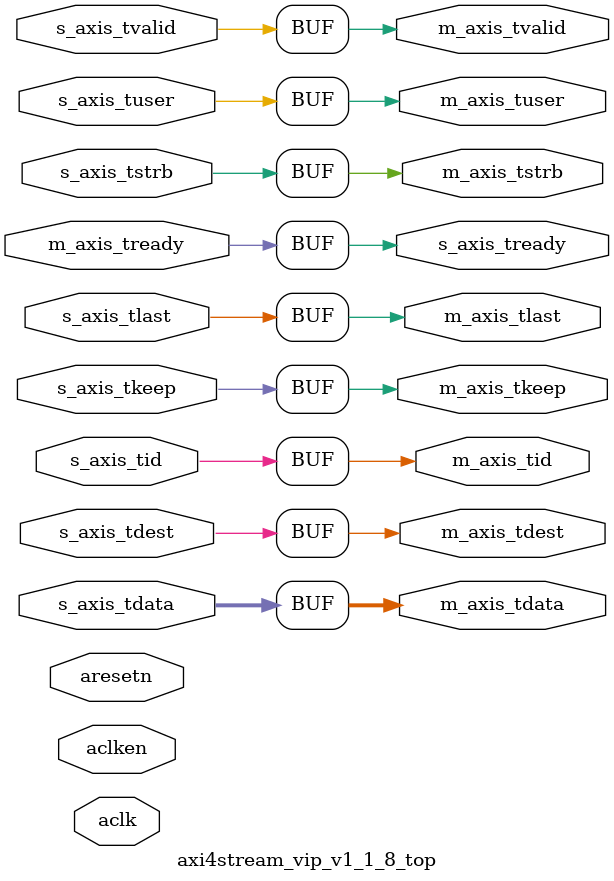
<source format=sv>

`timescale 1ps/1ps

(* DowngradeIPIdentifiedWarnings="yes" *) 
module axi4stream_vip_v1_1_8_top #
  (
   parameter [31:0]  C_AXI4STREAM_SIGNAL_SET         = 32'h03,
   parameter integer C_AXI4STREAM_INTERFACE_MODE     = 1,  //master, slave and bypass
   parameter integer C_AXI4STREAM_DATA_WIDTH        = 8,
   parameter integer C_AXI4STREAM_USER_BITS_PER_BYTE = 0,
   parameter integer C_AXI4STREAM_ID_WIDTH          = 0,
   parameter integer C_AXI4STREAM_DEST_WIDTH        = 0,
   parameter integer C_AXI4STREAM_USER_WIDTH        = 0,
   parameter integer C_AXI4STREAM_HAS_ARESETN       = 0
   )
  (
   // System Signals
   input wire aclk,
   input wire aresetn,
   input wire aclken,

   // Slave side
   input  wire                              s_axis_tvalid,
   output wire                              s_axis_tready,
   input  wire [C_AXI4STREAM_DATA_WIDTH==0? 0:C_AXI4STREAM_DATA_WIDTH-1:0]     s_axis_tdata,
   input  wire [C_AXI4STREAM_DATA_WIDTH/8==0? 0:C_AXI4STREAM_DATA_WIDTH/8-1:0]   s_axis_tstrb,
   input  wire [C_AXI4STREAM_DATA_WIDTH/8==0? 0:C_AXI4STREAM_DATA_WIDTH/8-1:0]   s_axis_tkeep,
   input  wire                              s_axis_tlast,
   input  wire [C_AXI4STREAM_ID_WIDTH==0? 0:C_AXI4STREAM_ID_WIDTH-1:0]         s_axis_tid,
   input  wire [C_AXI4STREAM_DEST_WIDTH==0? 0:C_AXI4STREAM_DEST_WIDTH-1:0]     s_axis_tdest,
   input  wire [C_AXI4STREAM_USER_WIDTH==0? 0:C_AXI4STREAM_USER_WIDTH-1:0]     s_axis_tuser,

   // Master side
   output wire                              m_axis_tvalid,
   input  wire                              m_axis_tready,
   output wire [C_AXI4STREAM_DATA_WIDTH==0? 0:C_AXI4STREAM_DATA_WIDTH-1:0]     m_axis_tdata,
   output wire [C_AXI4STREAM_DATA_WIDTH/8==0? 0:C_AXI4STREAM_DATA_WIDTH/8-1:0]   m_axis_tstrb,
   output wire [C_AXI4STREAM_DATA_WIDTH/8==0? 0:C_AXI4STREAM_DATA_WIDTH/8-1:0]   m_axis_tkeep,
   output wire                              m_axis_tlast,
   output wire [C_AXI4STREAM_ID_WIDTH==0? 0:C_AXI4STREAM_ID_WIDTH-1:0]         m_axis_tid,
   output wire [C_AXI4STREAM_DEST_WIDTH==0? 0:C_AXI4STREAM_DEST_WIDTH-1:0]     m_axis_tdest,
   output wire [C_AXI4STREAM_USER_WIDTH==0? 0:C_AXI4STREAM_USER_WIDTH-1:0]     m_axis_tuser
     );

    //output for slave side, 0 or interface signal(mux)
  assign s_axis_tready =  (C_AXI4STREAM_INTERFACE_MODE ==1 )? m_axis_tready : {1'b0};

  //output for master side, 0 or interface(mux)
  assign m_axis_tvalid = (C_AXI4STREAM_INTERFACE_MODE ==1 )? s_axis_tvalid : {1'b0};
  assign m_axis_tdata  = (C_AXI4STREAM_INTERFACE_MODE ==1 )? s_axis_tdata : {C_AXI4STREAM_DATA_WIDTH==0? 1:C_AXI4STREAM_DATA_WIDTH{1'b0}};
  assign m_axis_tstrb  =(C_AXI4STREAM_INTERFACE_MODE ==1 )? s_axis_tstrb : {C_AXI4STREAM_DATA_WIDTH/8==0? 1:(C_AXI4STREAM_DATA_WIDTH/8){1'b0}};
  assign m_axis_tkeep  =  (C_AXI4STREAM_INTERFACE_MODE ==1 )? s_axis_tkeep : {C_AXI4STREAM_DATA_WIDTH/8==0? 1:(C_AXI4STREAM_DATA_WIDTH/8){1'b0}};
  assign m_axis_tlast  = (C_AXI4STREAM_INTERFACE_MODE ==1 )? s_axis_tlast : {1'b0};
  assign m_axis_tid    = (C_AXI4STREAM_INTERFACE_MODE ==1 )? s_axis_tid: {C_AXI4STREAM_ID_WIDTH==0? 1: C_AXI4STREAM_ID_WIDTH{1'b0}};
  assign m_axis_tdest  = (C_AXI4STREAM_INTERFACE_MODE ==1 )? s_axis_tdest : {(C_AXI4STREAM_DEST_WIDTH==0? 1: C_AXI4STREAM_DEST_WIDTH){1'b0}};
  assign m_axis_tuser  =  (C_AXI4STREAM_INTERFACE_MODE ==1 )? s_axis_tuser: {(C_AXI4STREAM_USER_WIDTH==0? 1: C_AXI4STREAM_USER_WIDTH){1'b0}}; 

endmodule : axi4stream_vip_v1_1_8_top



</source>
